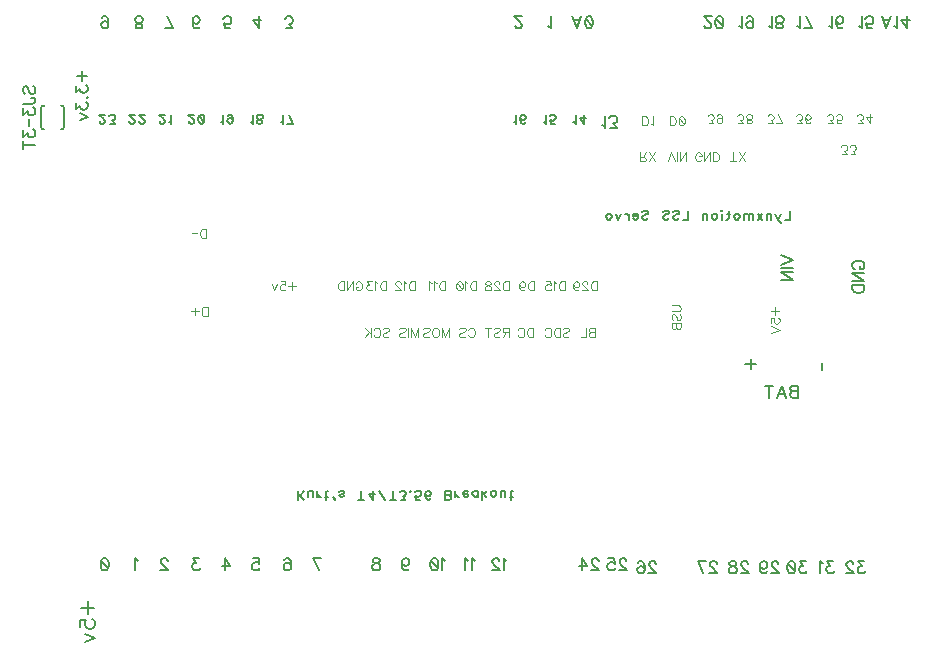
<source format=gbo>
G04 DipTrace 3.3.1.3*
G04 T4-T36-Breakout-Robotshop.gbo*
%MOIN*%
G04 #@! TF.FileFunction,Legend,Bot*
G04 #@! TF.Part,Single*
%ADD21C,0.008*%
%ADD117C,0.006176*%
%ADD118C,0.004632*%
%ADD119C,0.006562*%
%ADD120C,0.00772*%
%ADD121C,0.007*%
%FSLAX26Y26*%
G04*
G70*
G90*
G75*
G01*
G04 BotSilk*
%LPD*%
X519330Y2322476D2*
D21*
Y2259491D1*
X598070Y2322476D2*
G03X586259Y2330357I-9850J-1971D01*
G01*
Y2251610D2*
G03X598070Y2259491I1961J9852D01*
G01*
X531141Y2251610D2*
G02X519330Y2259491I-1961J9852D01*
G01*
Y2322476D2*
G02X531141Y2330357I9850J-1971D01*
G01*
X598070Y2259491D2*
Y2322476D1*
X466500Y2369283D2*
D117*
X462653Y2373086D1*
X460751Y2378834D1*
Y2386483D1*
X462653Y2392231D1*
X466500Y2396078D1*
X470302D1*
X474149Y2394132D1*
X476050Y2392231D1*
X477951Y2388429D1*
X481798Y2376933D1*
X483699Y2373086D1*
X485645Y2371184D1*
X489447Y2369283D1*
X495195D1*
X498998Y2373086D1*
X500943Y2378834D1*
Y2386483D1*
X498998Y2392231D1*
X495195Y2396078D1*
X460752Y2337786D2*
X491349D1*
X497097Y2339688D1*
X498998Y2341633D1*
X500943Y2345436D1*
Y2349283D1*
X498998Y2353085D1*
X497097Y2354986D1*
X491349Y2356932D1*
X487546D1*
X460796Y2321588D2*
Y2300586D1*
X476094Y2312038D1*
Y2306290D1*
X477996Y2302487D1*
X479897Y2300586D1*
X485645Y2298640D1*
X489447D1*
X495195Y2300586D1*
X499042Y2304388D1*
X500943Y2310136D1*
Y2315884D1*
X499042Y2321588D1*
X497097Y2323490D1*
X493294Y2325435D1*
X480870Y2286289D2*
Y2264181D1*
X460796Y2247983D2*
Y2226981D1*
X476094Y2238432D1*
Y2232684D1*
X477996Y2228882D1*
X479897Y2226981D1*
X485645Y2225035D1*
X489447D1*
X495195Y2226981D1*
X499042Y2230783D1*
X500944Y2236531D1*
X500943Y2242279D1*
X499042Y2247983D1*
X497097Y2249884D1*
X493294Y2251830D1*
X460751Y2199287D2*
X500944Y2199286D1*
X460752Y2212684D2*
X460751Y2185889D1*
X1965969Y814299D2*
X1962122Y816245D1*
X1956374Y821948D1*
Y781801D1*
X1944023Y814299D2*
X1940176Y816245D1*
X1934428Y821948D1*
Y781801D1*
X2071669Y813799D2*
X2067822Y815745D1*
X2062074Y821448D1*
Y781301D1*
X2047777Y811898D2*
Y813799D1*
X2045876Y817646D1*
X2043975Y819547D1*
X2040128Y821448D1*
X2032479D1*
X2028676Y819547D1*
X2026775Y817646D1*
X2024830Y813799D1*
Y809997D1*
X2026775Y806150D1*
X2030578Y800446D1*
X2049723Y781301D1*
X2022928D1*
X2391928Y2265031D2*
X2395774Y2263086D1*
X2401522Y2257382D1*
Y2297530D1*
X2417721Y2257382D2*
X2438723D1*
X2427271Y2272681D1*
X2433019D1*
X2436822Y2274582D1*
X2438723Y2276483D1*
X2440668Y2282231D1*
Y2286034D1*
X2438723Y2291782D1*
X2434920Y2295629D1*
X2429172Y2297530D1*
X2423424D1*
X2417721Y2295629D1*
X2415819Y2293683D1*
X2413874Y2289881D1*
X1337257Y2588025D2*
X1358260D1*
X1346808Y2603324D1*
X1352556D1*
X1356358Y2605225D1*
X1358260Y2607126D1*
X1360205Y2612874D1*
Y2616677D1*
X1358260Y2622425D1*
X1354457Y2626272D1*
X1348709Y2628173D1*
X1342961D1*
X1337257Y2626272D1*
X1335356Y2624326D1*
X1333411Y2620524D1*
X2321059Y2628173D2*
X2305716Y2587981D1*
X2290418Y2628173D1*
X2296166Y2614776D2*
X2315311D1*
X2344907Y2588025D2*
X2339159Y2589926D1*
X2335312Y2595674D1*
X2333411Y2605225D1*
Y2610973D1*
X2335312Y2620524D1*
X2339159Y2626272D1*
X2344907Y2628173D1*
X2348709D1*
X2354457Y2626272D1*
X2358260Y2620524D1*
X2360205Y2610973D1*
Y2605225D1*
X2358260Y2595674D1*
X2354457Y2589926D1*
X2348709Y2588025D1*
X2344907D1*
X2358260Y2595674D2*
X2335312Y2620524D1*
X1013157Y2278213D2*
D119*
Y2276788D1*
X1014583Y2273902D1*
X1016009Y2272477D1*
X1018894Y2271051D1*
X1024631D1*
X1027483Y2272477D1*
X1028909Y2273902D1*
X1030368Y2276788D1*
Y2279639D1*
X1028909Y2282525D1*
X1026057Y2286802D1*
X1011698Y2301161D1*
X1031794D1*
X1053540Y2271051D2*
X1049229Y2272476D1*
X1046343Y2276788D1*
X1044918Y2283950D1*
Y2288261D1*
X1046344Y2295424D1*
X1049229Y2299735D1*
X1053540Y2301161D1*
X1056392D1*
X1060703Y2299735D1*
X1063554Y2295424D1*
X1065014Y2288261D1*
Y2283950D1*
X1063554Y2276787D1*
X1060702Y2272476D1*
X1056391Y2271051D1*
X1053540D1*
X1063554Y2276787D2*
X1046344Y2295424D1*
X916057Y2278213D2*
Y2276788D1*
X917483Y2273902D1*
X918909Y2272477D1*
X921794Y2271051D1*
X927531D1*
X930383Y2272477D1*
X931809Y2273902D1*
X933268Y2276788D1*
Y2279639D1*
X931809Y2282525D1*
X928957Y2286802D1*
X914598Y2301161D1*
X934694D1*
X947817Y2276787D2*
X950702Y2275328D1*
X955014Y2271050D1*
Y2301161D1*
X815157Y2278213D2*
Y2276788D1*
X816583Y2273902D1*
X818009Y2272477D1*
X820894Y2271051D1*
X826631D1*
X829483Y2272477D1*
X830909Y2273902D1*
X832368Y2276788D1*
Y2279639D1*
X830909Y2282525D1*
X828057Y2286802D1*
X813698Y2301161D1*
X833794D1*
X848377Y2278213D2*
Y2276788D1*
X849803Y2273902D1*
X851229Y2272476D1*
X854114Y2271051D1*
X859851D1*
X862702Y2272476D1*
X864128Y2273902D1*
X865588Y2276787D1*
Y2279639D1*
X864128Y2282524D1*
X861277Y2286802D1*
X846918Y2301161D1*
X867014D1*
X716157Y2278213D2*
Y2276788D1*
X717583Y2273902D1*
X719009Y2272477D1*
X721894Y2271051D1*
X727631D1*
X730483Y2272477D1*
X731909Y2273902D1*
X733368Y2276788D1*
Y2279639D1*
X731909Y2282525D1*
X729057Y2286802D1*
X714698Y2301161D1*
X734794D1*
X750803Y2271051D2*
X766554Y2271050D1*
X757966Y2282524D1*
X762277D1*
X765128Y2283950D1*
X766554Y2285376D1*
X768014Y2289687D1*
Y2292539D1*
X766554Y2296850D1*
X763703Y2299735D1*
X759392Y2301161D1*
X755081D1*
X750803Y2299735D1*
X749377Y2298276D1*
X747918Y2295424D1*
X1121024Y2276788D2*
X1123909Y2275328D1*
X1128220Y2271051D1*
Y2301161D1*
X1160014Y2281065D2*
X1158554Y2285376D1*
X1155702Y2288261D1*
X1151391Y2289687D1*
X1149966D1*
X1145655Y2288261D1*
X1142803Y2285376D1*
X1141344Y2281065D1*
Y2279639D1*
X1142803Y2275328D1*
X1145655Y2272476D1*
X1149966Y2271051D1*
X1151391D1*
X1155702Y2272476D1*
X1158554Y2275328D1*
X1160014Y2281065D1*
Y2288261D1*
X1158554Y2295424D1*
X1155703Y2299735D1*
X1151392Y2301161D1*
X1148540D1*
X1144229Y2299735D1*
X1142803Y2296850D1*
X1320598Y2276788D2*
X1323483Y2275328D1*
X1327794Y2271051D1*
Y2301161D1*
X1346655D2*
X1361014Y2271050D1*
X1340918Y2271051D1*
X1218631Y2276788D2*
X1221516Y2275328D1*
X1225827Y2271051D1*
Y2301161D1*
X1246114Y2271051D2*
X1241836Y2272476D1*
X1240377Y2275328D1*
Y2278213D1*
X1241836Y2281065D1*
X1244688Y2282525D1*
X1250425Y2283950D1*
X1254736Y2285376D1*
X1257588Y2288261D1*
X1259014Y2291113D1*
Y2295424D1*
X1257588Y2298276D1*
X1256162Y2299735D1*
X1251851Y2301161D1*
X1246114D1*
X1241836Y2299735D1*
X1240377Y2298276D1*
X1238951Y2295424D1*
Y2291113D1*
X1240377Y2288261D1*
X1243262Y2285376D1*
X1247540Y2283950D1*
X1253277Y2282524D1*
X1256162Y2281065D1*
X1257588Y2278213D1*
Y2275328D1*
X1256162Y2272476D1*
X1251851Y2271051D1*
X1246114D1*
X653743Y657025D2*
D120*
X696798D1*
X675299Y678525D2*
Y635470D1*
X650179Y591346D2*
Y615222D1*
X671678Y617598D1*
X669302Y615222D1*
X666870Y608037D1*
Y600907D1*
X669302Y593722D1*
X674055Y588914D1*
X681240Y586537D1*
X685993D1*
X693178Y588914D1*
X697987Y593722D1*
X700363Y600907D1*
Y608037D1*
X697987Y615222D1*
X695555Y617598D1*
X690802Y620030D1*
X666870Y571098D2*
X700363Y556728D1*
X666870Y542413D1*
X639218Y2429084D2*
D117*
X673662D1*
X656462Y2446284D2*
Y2411840D1*
X636366Y2395642D2*
Y2374639D1*
X651665Y2386091D1*
Y2380343D1*
X653566Y2376541D1*
X655467Y2374639D1*
X661216Y2372694D1*
X665018D1*
X670766Y2374639D1*
X674613Y2378442D1*
X676514Y2384190D1*
Y2389938D1*
X674613Y2395642D1*
X672667Y2397543D1*
X668865Y2399489D1*
X672667Y2358441D2*
X674613Y2360342D1*
X676514Y2358441D1*
X674613Y2356496D1*
X672667Y2358441D1*
X636366Y2340298D2*
Y2319295D1*
X651665Y2330747D1*
Y2324999D1*
X653566Y2321196D1*
X655468Y2319295D1*
X661216Y2317350D1*
X665018D1*
X670766Y2319295D1*
X674613Y2323098D1*
X676514Y2328846D1*
Y2334594D1*
X674613Y2340298D1*
X672667Y2342199D1*
X668865Y2344144D1*
X649719Y2304998D2*
X676514Y2293502D1*
X649719Y2282050D1*
X2097057Y2276788D2*
D119*
X2099942Y2275328D1*
X2104253Y2271051D1*
Y2301161D1*
X2134588Y2275328D2*
X2133162Y2272476D1*
X2128851Y2271051D1*
X2125999D1*
X2121688Y2272476D1*
X2118803Y2276788D1*
X2117377Y2283950D1*
Y2291113D1*
X2118803Y2296850D1*
X2121688Y2299735D1*
X2125999Y2301161D1*
X2127425D1*
X2131703Y2299735D1*
X2134588Y2296850D1*
X2136014Y2292539D1*
Y2291113D1*
X2134588Y2286802D1*
X2131702Y2283950D1*
X2127425Y2282524D1*
X2125999D1*
X2121688Y2283950D1*
X2118803Y2286802D1*
X2117377Y2291113D1*
X2195598Y2276788D2*
X2198483Y2275328D1*
X2202794Y2271051D1*
Y2301161D1*
X2233128Y2271051D2*
X2218803D1*
X2217377Y2283950D1*
X2218803Y2282525D1*
X2223114Y2281065D1*
X2227391D1*
X2231702Y2282524D1*
X2234588Y2285376D1*
X2236014Y2289687D1*
Y2292539D1*
X2234588Y2296850D1*
X2231703Y2299735D1*
X2227392Y2301161D1*
X2223114D1*
X2218803Y2299735D1*
X2217377Y2298276D1*
X2215918Y2295424D1*
X2295155Y2276788D2*
X2298040Y2275328D1*
X2302351Y2271051D1*
Y2301161D1*
X2329834D2*
Y2271051D1*
X2315475Y2291113D1*
X2336996D1*
X2378825Y811898D2*
D117*
Y813799D1*
X2376924Y817646D1*
X2375022Y819547D1*
X2371175Y821448D1*
X2363526D1*
X2359724Y819547D1*
X2357822Y817646D1*
X2355877Y813799D1*
Y809997D1*
X2357822Y806150D1*
X2361625Y800446D1*
X2380770Y781301D1*
X2353976D1*
X2322479D2*
Y821448D1*
X2341624Y794698D1*
X2312928D1*
X2471924Y811898D2*
Y813799D1*
X2470022Y817646D1*
X2468121Y819547D1*
X2464274Y821448D1*
X2456625D1*
X2452822Y819547D1*
X2450921Y817646D1*
X2448976Y813799D1*
Y809997D1*
X2450921Y806150D1*
X2454724Y800446D1*
X2473869Y781301D1*
X2447074D1*
X2411775Y821448D2*
X2430876D1*
X2432777Y804249D1*
X2430876Y806150D1*
X2425128Y808095D1*
X2419424D1*
X2413676Y806150D1*
X2409830Y802347D1*
X2407928Y796599D1*
Y792797D1*
X2409830Y787049D1*
X2413676Y783202D1*
X2419424Y781301D1*
X2425128D1*
X2430876Y783202D1*
X2432777Y785147D1*
X2434723Y788950D1*
X2569978Y801898D2*
Y803799D1*
X2568077Y807646D1*
X2566175Y809547D1*
X2562329Y811448D1*
X2554679D1*
X2550877Y809547D1*
X2548976Y807646D1*
X2547030Y803799D1*
Y799997D1*
X2548976Y796150D1*
X2552778Y790446D1*
X2571924Y771301D1*
X2545129D1*
X2509830Y805745D2*
X2511731Y809547D1*
X2517479Y811448D1*
X2521281D1*
X2527029Y809547D1*
X2530876Y803799D1*
X2532777Y794249D1*
Y784698D1*
X2530876Y777049D1*
X2527029Y773202D1*
X2521281Y771301D1*
X2519380D1*
X2513676Y773202D1*
X2509830Y777049D1*
X2507928Y782797D1*
Y784698D1*
X2509830Y790446D1*
X2513676Y794249D1*
X2519380Y796150D1*
X2521281D1*
X2527029Y794249D1*
X2530876Y790446D1*
X2532777Y784698D1*
X2772924Y803398D2*
Y805299D1*
X2771022Y809146D1*
X2769121Y811047D1*
X2765274Y812948D1*
X2757625D1*
X2753822Y811047D1*
X2751921Y809146D1*
X2749976Y805299D1*
Y801497D1*
X2751921Y797650D1*
X2755724Y791946D1*
X2774869Y772801D1*
X2748074D1*
X2728074D2*
X2708928Y812948D1*
X2735723D1*
X2876879Y802398D2*
Y804299D1*
X2874978Y808146D1*
X2873077Y810047D1*
X2869230Y811948D1*
X2861581D1*
X2857778Y810047D1*
X2855877Y808146D1*
X2853931Y804299D1*
Y800497D1*
X2855877Y796650D1*
X2859679Y790946D1*
X2878825Y771801D1*
X2852030D1*
X2830128Y811948D2*
X2835832Y810047D1*
X2837777Y806245D1*
Y802398D1*
X2835832Y798595D1*
X2832029Y796650D1*
X2824380Y794749D1*
X2818632Y792847D1*
X2814830Y789001D1*
X2812928Y785198D1*
Y779450D1*
X2814830Y775647D1*
X2816731Y773702D1*
X2822479Y771801D1*
X2830128D1*
X2835832Y773702D1*
X2837777Y775647D1*
X2839679Y779450D1*
Y785198D1*
X2837777Y789001D1*
X2833931Y792847D1*
X2828227Y794749D1*
X2820578Y796650D1*
X2816731Y798595D1*
X2814830Y802398D1*
Y806245D1*
X2816731Y810047D1*
X2822479Y811948D1*
X2830128D1*
X2978522Y802898D2*
Y804799D1*
X2976621Y808646D1*
X2974720Y810547D1*
X2970873Y812448D1*
X2963224D1*
X2959421Y810547D1*
X2957520Y808646D1*
X2955574Y804799D1*
Y800997D1*
X2957520Y797150D1*
X2961322Y791446D1*
X2980468Y772301D1*
X2953673D1*
X2916428Y799095D2*
X2918374Y793347D1*
X2922176Y789501D1*
X2927924Y787599D1*
X2929826D1*
X2935574Y789501D1*
X2939376Y793347D1*
X2941322Y799095D1*
Y800997D1*
X2939376Y806745D1*
X2935574Y810547D1*
X2929826Y812448D1*
X2927924D1*
X2922176Y810547D1*
X2918374Y806745D1*
X2916428Y799095D1*
Y789501D1*
X2918374Y779950D1*
X2922176Y774202D1*
X2927924Y772301D1*
X2931727D1*
X2937475Y774202D1*
X2939376Y778049D1*
X3265022Y811448D2*
X3244020D1*
X3255472Y796150D1*
X3249724D1*
X3245921Y794249D1*
X3244020Y792347D1*
X3242074Y786599D1*
Y782797D1*
X3244020Y777049D1*
X3247822Y773202D1*
X3253570Y771301D1*
X3259318D1*
X3265022Y773202D1*
X3266924Y775147D1*
X3268869Y778950D1*
X3227777Y801898D2*
Y803799D1*
X3225876Y807646D1*
X3223975Y809547D1*
X3220128Y811448D1*
X3212479D1*
X3208676Y809547D1*
X3206775Y807646D1*
X3204830Y803799D1*
Y799997D1*
X3206775Y796150D1*
X3210578Y790446D1*
X3229723Y771301D1*
X3202928D1*
X3352675Y2628173D2*
X3337332Y2587981D1*
X3322034Y2628173D1*
X3327782Y2614776D2*
X3346927D1*
X3365026Y2595674D2*
X3368873Y2593729D1*
X3374621Y2588025D1*
Y2628173D1*
X3406118D2*
Y2588025D1*
X3386973Y2614776D1*
X3415668D1*
X3148410Y2595674D2*
X3152257Y2593729D1*
X3158005Y2588025D1*
Y2628173D1*
X3193304Y2593729D2*
X3191403Y2589926D1*
X3185655Y2588025D1*
X3181852D1*
X3176104Y2589926D1*
X3172257Y2595674D1*
X3170356Y2605225D1*
Y2614776D1*
X3172257Y2622425D1*
X3176104Y2626272D1*
X3181852Y2628173D1*
X3183753D1*
X3189457Y2626272D1*
X3193304Y2622425D1*
X3195205Y2616677D1*
Y2614776D1*
X3193304Y2609028D1*
X3189457Y2605225D1*
X3183753Y2603324D1*
X3181852D1*
X3176104Y2605225D1*
X3172257Y2609028D1*
X3170356Y2614776D1*
X3041464Y2595674D2*
X3045311Y2593729D1*
X3051059Y2588025D1*
Y2628173D1*
X3071060D2*
X3090205Y2588025D1*
X3063411D1*
X3246464Y2595674D2*
X3250311Y2593729D1*
X3256059Y2588025D1*
Y2628173D1*
X3291358Y2588025D2*
X3272257D1*
X3270356Y2605225D1*
X3272257Y2603324D1*
X3278005Y2601378D1*
X3283709D1*
X3289457Y2603324D1*
X3293304Y2607126D1*
X3295205Y2612874D1*
Y2616677D1*
X3293304Y2622425D1*
X3289457Y2626272D1*
X3283709Y2628173D1*
X3278005D1*
X3272257Y2626272D1*
X3270356Y2624326D1*
X3268411Y2620524D1*
X2946972Y2595674D2*
X2950819Y2593729D1*
X2956567Y2588025D1*
Y2628173D1*
X2978469Y2588025D2*
X2972765Y2589926D1*
X2970819Y2593729D1*
Y2597576D1*
X2972765Y2601378D1*
X2976567Y2603324D1*
X2984217Y2605225D1*
X2989965Y2607126D1*
X2993767Y2610973D1*
X2995668Y2614776D1*
Y2620524D1*
X2993767Y2624326D1*
X2991866Y2626272D1*
X2986118Y2628173D1*
X2978469D1*
X2972765Y2626272D1*
X2970819Y2624326D1*
X2968918Y2620524D1*
Y2614776D1*
X2970819Y2610973D1*
X2974666Y2607126D1*
X2980370Y2605225D1*
X2988019Y2603324D1*
X2991866Y2601378D1*
X2993767Y2597576D1*
Y2593729D1*
X2991866Y2589926D1*
X2986118Y2588025D1*
X2978469D1*
X2731210Y2597576D2*
Y2595674D1*
X2733111Y2591828D1*
X2735013Y2589926D1*
X2738859Y2588025D1*
X2746509D1*
X2750311Y2589926D1*
X2752212Y2591828D1*
X2754158Y2595674D1*
Y2599477D1*
X2752212Y2603324D1*
X2748410Y2609028D1*
X2729265Y2628173D1*
X2756059D1*
X2779907Y2588025D2*
X2774159Y2589926D1*
X2770312Y2595674D1*
X2768411Y2605225D1*
Y2610973D1*
X2770312Y2620524D1*
X2774159Y2626272D1*
X2779907Y2628173D1*
X2783709D1*
X2789457Y2626272D1*
X2793260Y2620524D1*
X2795205Y2610973D1*
Y2605225D1*
X2793260Y2595674D1*
X2789457Y2589926D1*
X2783709Y2588025D1*
X2779907D1*
X2793260Y2595674D2*
X2770312Y2620524D1*
X2848366Y2595674D2*
X2852212Y2593729D1*
X2857960Y2588025D1*
X2857961Y2628173D1*
X2895205Y2601378D2*
X2893260Y2607126D1*
X2889457Y2610973D1*
X2883709Y2612874D1*
X2881808D1*
X2876060Y2610973D1*
X2872257Y2607126D1*
X2870312Y2601378D1*
Y2599477D1*
X2872257Y2593729D1*
X2876060Y2589926D1*
X2881808Y2588025D1*
X2883709D1*
X2889457Y2589926D1*
X2893260Y2593729D1*
X2895205Y2601378D1*
Y2610973D1*
X2893260Y2620524D1*
X2889457Y2626272D1*
X2883709Y2628173D1*
X2879907D1*
X2874159Y2626272D1*
X2872257Y2622425D1*
X2622930Y1665093D2*
D118*
X2644452D1*
X2648763Y1663668D1*
X2651615Y1660782D1*
X2653074Y1656471D1*
Y1653620D1*
X2651615Y1649308D1*
X2648763Y1646423D1*
X2644452Y1644997D1*
X2622930D1*
X2627241Y1615638D2*
X2624356Y1618490D1*
X2622930Y1622801D1*
Y1628538D1*
X2624356Y1632849D1*
X2627241Y1635734D1*
X2630093D1*
X2632978Y1634275D1*
X2634404Y1632849D1*
X2635830Y1629997D1*
X2638715Y1621375D1*
X2640141Y1618490D1*
X2641600Y1617064D1*
X2644452Y1615638D1*
X2648763D1*
X2651615Y1618490D1*
X2653074Y1622801D1*
Y1628538D1*
X2651615Y1632849D1*
X2648763Y1635734D1*
X2622930Y1606374D2*
X2653074D1*
Y1593441D1*
X2651615Y1589130D1*
X2650189Y1587704D1*
X2647337Y1586278D1*
X2643026D1*
X2640141Y1587704D1*
X2638715Y1589130D1*
X2637289Y1593441D1*
X2635830Y1589130D1*
X2634404Y1587704D1*
X2631552Y1586278D1*
X2628667D1*
X2625815Y1587704D1*
X2624356Y1589130D1*
X2622930Y1593441D1*
Y1606374D1*
X2637289D2*
Y1593441D1*
X2210610Y2595674D2*
D117*
X2214457Y2593729D1*
X2220205Y2588025D1*
Y2628173D1*
X2100356Y2597576D2*
Y2595674D1*
X2102257Y2591828D1*
X2104159Y2589926D1*
X2108005Y2588025D1*
X2115655D1*
X2119457Y2589926D1*
X2121358Y2591828D1*
X2123304Y2595674D1*
Y2599477D1*
X2121358Y2603324D1*
X2117556Y2609028D1*
X2098411Y2628173D1*
X2125205D1*
X1245655D2*
Y2588025D1*
X1226509Y2614776D1*
X1255205D1*
X1151358Y2588025D2*
X1132257D1*
X1130356Y2605225D1*
X1132257Y2603324D1*
X1138005Y2601378D1*
X1143709D1*
X1149457Y2603324D1*
X1153304Y2607126D1*
X1155205Y2612874D1*
Y2616677D1*
X1153304Y2622425D1*
X1149457Y2626272D1*
X1143709Y2628173D1*
X1138005D1*
X1132257Y2626272D1*
X1130356Y2624326D1*
X1128411Y2620524D1*
X1048304Y2593729D2*
X1046403Y2589926D1*
X1040655Y2588025D1*
X1036852D1*
X1031104Y2589926D1*
X1027257Y2595674D1*
X1025356Y2605225D1*
Y2614776D1*
X1027257Y2622425D1*
X1031104Y2626272D1*
X1036852Y2628173D1*
X1038753D1*
X1044457Y2626272D1*
X1048304Y2622425D1*
X1050205Y2616677D1*
Y2614776D1*
X1048304Y2609028D1*
X1044457Y2605225D1*
X1038753Y2603324D1*
X1036852D1*
X1031104Y2605225D1*
X1027257Y2609028D1*
X1025356Y2614776D1*
X941060Y2628173D2*
X960205Y2588025D1*
X933411D1*
X843005D2*
X837302Y2589926D1*
X835356Y2593729D1*
Y2597576D1*
X837302Y2601378D1*
X841104Y2603324D1*
X848753Y2605225D1*
X854501Y2607126D1*
X858304Y2610973D1*
X860205Y2614776D1*
Y2620524D1*
X858304Y2624326D1*
X856403Y2626272D1*
X850655Y2628173D1*
X843005D1*
X837302Y2626272D1*
X835356Y2624326D1*
X833455Y2620524D1*
Y2614776D1*
X835356Y2610973D1*
X839203Y2607126D1*
X844907Y2605225D1*
X852556Y2603324D1*
X856403Y2601378D1*
X858304Y2597576D1*
Y2593729D1*
X856403Y2589926D1*
X850655Y2588025D1*
X843005D1*
X745205Y2601378D2*
X743260Y2607126D1*
X739457Y2610973D1*
X733709Y2612874D1*
X731808D1*
X726060Y2610973D1*
X722257Y2607126D1*
X720312Y2601378D1*
Y2599477D1*
X722257Y2593729D1*
X726060Y2589926D1*
X731808Y2588025D1*
X733709D1*
X739457Y2589926D1*
X743260Y2593729D1*
X745205Y2601378D1*
Y2610973D1*
X743260Y2620524D1*
X739457Y2626272D1*
X733709Y2628173D1*
X729907D1*
X724159Y2626272D1*
X722257Y2622425D1*
X3070022Y811948D2*
X3049020D1*
X3060472Y796650D1*
X3054724D1*
X3050921Y794749D1*
X3049020Y792847D1*
X3047074Y787099D1*
Y783297D1*
X3049020Y777549D1*
X3052822Y773702D1*
X3058570Y771801D1*
X3064318D1*
X3070022Y773702D1*
X3071924Y775647D1*
X3073869Y779450D1*
X3023227Y811948D2*
X3028975Y810047D1*
X3032822Y804299D1*
X3034723Y794749D1*
Y789001D1*
X3032822Y779450D1*
X3028975Y773702D1*
X3023227Y771801D1*
X3019424D1*
X3013676Y773702D1*
X3009874Y779450D1*
X3007928Y789001D1*
Y794749D1*
X3009874Y804299D1*
X3013676Y810047D1*
X3019424Y811948D1*
X3023227D1*
X3009874Y804299D2*
X3032822Y779450D1*
X3161322Y812448D2*
X3140320D1*
X3151772Y797150D1*
X3146024D1*
X3142221Y795249D1*
X3140320Y793347D1*
X3138374Y787599D1*
Y783797D1*
X3140320Y778049D1*
X3144122Y774202D1*
X3149871Y772301D1*
X3155619D1*
X3161322Y774202D1*
X3163224Y776147D1*
X3165169Y779950D1*
X3126023Y804799D2*
X3122176Y806745D1*
X3116428Y812448D1*
Y772301D1*
X1641628Y821948D2*
X1647332Y820047D1*
X1649277Y816245D1*
Y812398D1*
X1647332Y808595D1*
X1643529Y806650D1*
X1635880Y804749D1*
X1630132Y802847D1*
X1626330Y799001D1*
X1624428Y795198D1*
Y789450D1*
X1626330Y785647D1*
X1628231Y783702D1*
X1633979Y781801D1*
X1641628D1*
X1647332Y783702D1*
X1649277Y785647D1*
X1651179Y789450D1*
Y795198D1*
X1649277Y799001D1*
X1645431Y802847D1*
X1639727Y804749D1*
X1632078Y806650D1*
X1628231Y808595D1*
X1626330Y812398D1*
Y816245D1*
X1628231Y820047D1*
X1633979Y821948D1*
X1641628D1*
X1722928Y808095D2*
X1724874Y802347D1*
X1728676Y798501D1*
X1734424Y796599D1*
X1736326D1*
X1742074Y798501D1*
X1745876Y802347D1*
X1747822Y808095D1*
Y809997D1*
X1745876Y815745D1*
X1742074Y819547D1*
X1736326Y821448D1*
X1734424D1*
X1728676Y819547D1*
X1724874Y815745D1*
X1722928Y808095D1*
Y798501D1*
X1724874Y788950D1*
X1728676Y783202D1*
X1734424Y781301D1*
X1738227D1*
X1743975Y783202D1*
X1745876Y787049D1*
X1866669Y813799D2*
X1862822Y815745D1*
X1857074Y821448D1*
Y781301D1*
X1833227Y821448D2*
X1838975Y819547D1*
X1842822Y813799D1*
X1844723Y804249D1*
Y798501D1*
X1842822Y788950D1*
X1838975Y783202D1*
X1833227Y781301D1*
X1829424D1*
X1823676Y783202D1*
X1819874Y788950D1*
X1817928Y798501D1*
Y804249D1*
X1819874Y813799D1*
X1823676Y819547D1*
X1829424Y821448D1*
X1833227D1*
X1819874Y813799D2*
X1842822Y788950D1*
X1047376Y821948D2*
X1026374D1*
X1037826Y806650D1*
X1032078D1*
X1028275Y804749D1*
X1026374Y802847D1*
X1024428Y797099D1*
Y793297D1*
X1026374Y787549D1*
X1030176Y783702D1*
X1035924Y781801D1*
X1041672D1*
X1047376Y783702D1*
X1049277Y785647D1*
X1051223Y789450D1*
X1132479Y781301D2*
Y821448D1*
X1151624Y794698D1*
X1122928D1*
X734727Y821948D2*
X740475Y820047D1*
X744322Y814299D1*
X746223Y804749D1*
Y799001D1*
X744322Y789450D1*
X740475Y783702D1*
X734727Y781801D1*
X730924D1*
X725176Y783702D1*
X721374Y789450D1*
X719428Y799001D1*
Y804749D1*
X721374Y814299D1*
X725176Y820047D1*
X730924Y821948D1*
X734727D1*
X721374Y814299D2*
X744322Y789450D1*
X842523Y813799D2*
X838676Y815745D1*
X832928Y821448D1*
Y781301D1*
X942777Y811898D2*
Y813799D1*
X940876Y817646D1*
X938975Y819547D1*
X935128Y821448D1*
X927479D1*
X923676Y819547D1*
X921775Y817646D1*
X919830Y813799D1*
Y809997D1*
X921775Y806150D1*
X925578Y800446D1*
X944723Y781301D1*
X917928D1*
X1331330Y816245D2*
X1333231Y820047D1*
X1338979Y821948D1*
X1342781D1*
X1348529Y820047D1*
X1352376Y814299D1*
X1354277Y804749D1*
Y795198D1*
X1352376Y787549D1*
X1348529Y783702D1*
X1342781Y781801D1*
X1340880D1*
X1335176Y783702D1*
X1331330Y787549D1*
X1329428Y793297D1*
Y795198D1*
X1331330Y800946D1*
X1335176Y804749D1*
X1340880Y806650D1*
X1342781D1*
X1348529Y804749D1*
X1352376Y800946D1*
X1354277Y795198D1*
X1447074Y781301D2*
X1427928Y821448D1*
X1454723D1*
X1226775D2*
X1245876D1*
X1247777Y804249D1*
X1245876Y806150D1*
X1240128Y808095D1*
X1234424D1*
X1228676Y806150D1*
X1224830Y802347D1*
X1222928Y796599D1*
Y792797D1*
X1224830Y787049D1*
X1228676Y783202D1*
X1234424Y781301D1*
X1240128D1*
X1245876Y783202D1*
X1247777Y785147D1*
X1249723Y788950D1*
X1377104Y1017082D2*
D121*
Y1047226D1*
X1397200Y1017082D2*
X1377104Y1037178D1*
X1384267Y1029982D2*
X1397200Y1047226D1*
X1411200Y1027130D2*
Y1041489D1*
X1412626Y1045767D1*
X1415511Y1047226D1*
X1419822D1*
X1422674Y1045767D1*
X1426985Y1041489D1*
Y1027130D2*
Y1047226D1*
X1440985Y1027130D2*
Y1047226D1*
Y1035752D2*
X1442444Y1031441D1*
X1445296Y1028556D1*
X1448181Y1027130D1*
X1452492D1*
X1470803Y1017082D2*
Y1041489D1*
X1472229Y1045767D1*
X1475114Y1047226D1*
X1477966D1*
X1466492Y1027130D2*
X1476540D1*
X1499162Y1017115D2*
X1491966Y1025737D1*
X1500588Y1018541D1*
X1499162Y1017115D1*
X1530373Y1031441D2*
X1528947Y1028556D1*
X1524636Y1027130D1*
X1520325D1*
X1516014Y1028556D1*
X1514588Y1031441D1*
X1516014Y1034293D1*
X1518899Y1035752D1*
X1526062Y1037178D1*
X1528947Y1038604D1*
X1530373Y1041489D1*
Y1042915D1*
X1528947Y1045767D1*
X1524636Y1047226D1*
X1520325D1*
X1516014Y1045767D1*
X1514588Y1042915D1*
X1588318Y1017082D2*
Y1047226D1*
X1578270Y1017082D2*
X1598366D1*
X1626725Y1047226D2*
Y1017115D1*
X1612366Y1037178D1*
X1633888D1*
X1647888Y1047226D2*
X1667984Y1017115D1*
X1692032Y1017082D2*
Y1047226D1*
X1681984Y1017082D2*
X1702080D1*
X1718965Y1017115D2*
X1734717D1*
X1726128Y1028589D1*
X1730439D1*
X1733291Y1030015D1*
X1734717Y1031441D1*
X1736176Y1035752D1*
Y1038604D1*
X1734717Y1042915D1*
X1731865Y1045800D1*
X1727554Y1047226D1*
X1723243D1*
X1718965Y1045800D1*
X1717539Y1044341D1*
X1716080Y1041489D1*
X1751602Y1044341D2*
X1750176Y1045800D1*
X1751602Y1047226D1*
X1753061Y1045800D1*
X1751602Y1044341D1*
X1784272Y1017115D2*
X1769946D1*
X1768520Y1030015D1*
X1769946Y1028589D1*
X1774257Y1027130D1*
X1778535D1*
X1782846Y1028589D1*
X1785731Y1031441D1*
X1787157Y1035752D1*
Y1038604D1*
X1785731Y1042915D1*
X1782846Y1045800D1*
X1778535Y1047226D1*
X1774257D1*
X1769946Y1045800D1*
X1768520Y1044341D1*
X1767061Y1041489D1*
X1818368Y1021393D2*
X1816942Y1018541D1*
X1812631Y1017115D1*
X1809779D1*
X1805468Y1018541D1*
X1802583Y1022852D1*
X1801157Y1030015D1*
Y1037178D1*
X1802583Y1042915D1*
X1805468Y1045800D1*
X1809779Y1047226D1*
X1811205D1*
X1815483Y1045800D1*
X1818368Y1042915D1*
X1819794Y1038604D1*
Y1037178D1*
X1818368Y1032867D1*
X1815483Y1030015D1*
X1811205Y1028589D1*
X1809779D1*
X1805468Y1030015D1*
X1802583Y1032867D1*
X1801157Y1037178D1*
X1867691Y1017082D2*
Y1047226D1*
X1880624D1*
X1884935Y1045767D1*
X1886361Y1044341D1*
X1887787Y1041489D1*
Y1037178D1*
X1886361Y1034293D1*
X1884935Y1032867D1*
X1880624Y1031441D1*
X1884935Y1029982D1*
X1886361Y1028556D1*
X1887787Y1025704D1*
Y1022819D1*
X1886361Y1019967D1*
X1884935Y1018508D1*
X1880624Y1017082D1*
X1867691D1*
Y1031441D2*
X1880624D1*
X1901787Y1027130D2*
Y1047226D1*
Y1035752D2*
X1903246Y1031441D1*
X1906098Y1028556D1*
X1908983Y1027130D1*
X1913294D1*
X1927294Y1035752D2*
X1944505D1*
Y1032867D1*
X1943079Y1029982D1*
X1941653Y1028556D1*
X1938768Y1027130D1*
X1934457D1*
X1931605Y1028556D1*
X1928720Y1031441D1*
X1927294Y1035752D1*
Y1038604D1*
X1928720Y1042915D1*
X1931605Y1045767D1*
X1934457Y1047226D1*
X1938768D1*
X1941653Y1045767D1*
X1944505Y1042915D1*
X1975716Y1027130D2*
Y1047226D1*
Y1031441D2*
X1972864Y1028556D1*
X1969979Y1027130D1*
X1965701D1*
X1962816Y1028556D1*
X1959964Y1031441D1*
X1958505Y1035752D1*
Y1038604D1*
X1959964Y1042915D1*
X1962816Y1045767D1*
X1965701Y1047226D1*
X1969979D1*
X1972864Y1045767D1*
X1975716Y1042915D1*
X1989716Y1017082D2*
Y1047226D1*
X2004075Y1027130D2*
X1989716Y1041489D1*
X1995453Y1035752D2*
X2005501Y1047226D1*
X2026664Y1027130D2*
X2023812Y1028556D1*
X2020927Y1031441D1*
X2019501Y1035752D1*
Y1038604D1*
X2020927Y1042915D1*
X2023812Y1045767D1*
X2026664Y1047226D1*
X2030975D1*
X2033860Y1045767D1*
X2036712Y1042915D1*
X2038171Y1038604D1*
Y1035752D1*
X2036712Y1031441D1*
X2033860Y1028556D1*
X2030975Y1027130D1*
X2026664D1*
X2052171D2*
Y1041489D1*
X2053597Y1045767D1*
X2056482Y1047226D1*
X2060793D1*
X2063645Y1045767D1*
X2067956Y1041489D1*
Y1027130D2*
Y1047226D1*
X2086267Y1017082D2*
Y1041489D1*
X2087693Y1045767D1*
X2090578Y1047226D1*
X2093430D1*
X2081956Y1027130D2*
X2092004D1*
X3189870Y2169622D2*
D118*
X3205622D1*
X3197033Y2181096D1*
X3201344D1*
X3204196Y2182522D1*
X3205622Y2183948D1*
X3207081Y2188259D1*
Y2191111D1*
X3205622Y2195422D1*
X3202770Y2198307D1*
X3198459Y2199733D1*
X3194148D1*
X3189870Y2198307D1*
X3188444Y2196848D1*
X3186985Y2193996D1*
X3219229Y2169622D2*
X3234981D1*
X3226392Y2181096D1*
X3230703D1*
X3233555Y2182522D1*
X3234981Y2183948D1*
X3236440Y2188259D1*
Y2191111D1*
X3234981Y2195422D1*
X3232129Y2198307D1*
X3227818Y2199733D1*
X3223507D1*
X3219230Y2198307D1*
X3217804Y2196848D1*
X3216344Y2193996D1*
X3144407Y2272016D2*
X3160159D1*
X3151570Y2283490D1*
X3155881D1*
X3158733Y2284916D1*
X3160159Y2286342D1*
X3161618Y2290653D1*
Y2293505D1*
X3160159Y2297816D1*
X3157307Y2300701D1*
X3152996Y2302127D1*
X3148685D1*
X3144407Y2300701D1*
X3142981Y2299242D1*
X3141522Y2296390D1*
X3188092Y2272016D2*
X3173766D1*
X3172340Y2284916D1*
X3173766Y2283490D1*
X3178077Y2282031D1*
X3182355D1*
X3186666Y2283490D1*
X3189551Y2286342D1*
X3190977Y2290653D1*
Y2293505D1*
X3189551Y2297816D1*
X3186666Y2300701D1*
X3182355Y2302127D1*
X3178077D1*
X3173766Y2300701D1*
X3172340Y2299242D1*
X3170881Y2296390D1*
X3040866Y2272016D2*
X3056618D1*
X3048029Y2283490D1*
X3052340D1*
X3055192Y2284916D1*
X3056618Y2286342D1*
X3058077Y2290653D1*
Y2293505D1*
X3056618Y2297816D1*
X3053766Y2300701D1*
X3049455Y2302127D1*
X3045144D1*
X3040866Y2300701D1*
X3039440Y2299242D1*
X3037981Y2296390D1*
X3084551Y2276294D2*
X3083125Y2273442D1*
X3078814Y2272016D1*
X3075962D1*
X3071651Y2273442D1*
X3068766Y2277753D1*
X3067340Y2284916D1*
Y2292079D1*
X3068766Y2297816D1*
X3071651Y2300701D1*
X3075962Y2302127D1*
X3077388D1*
X3081666Y2300701D1*
X3084551Y2297816D1*
X3085977Y2293505D1*
Y2292079D1*
X3084551Y2287768D1*
X3081666Y2284916D1*
X3077388Y2283490D1*
X3075962D1*
X3071651Y2284916D1*
X3068766Y2287768D1*
X3067340Y2292079D1*
X3242981Y2272016D2*
X3258733D1*
X3250144Y2283490D1*
X3254455D1*
X3257307Y2284916D1*
X3258733Y2286342D1*
X3260192Y2290653D1*
Y2293505D1*
X3258733Y2297816D1*
X3255881Y2300701D1*
X3251570Y2302127D1*
X3247259D1*
X3242981Y2300701D1*
X3241555Y2299242D1*
X3240096Y2296390D1*
X3283814Y2302127D2*
Y2272016D1*
X3269455Y2292079D1*
X3290977D1*
X2944870Y2272016D2*
X2960622D1*
X2952033Y2283490D1*
X2956344D1*
X2959196Y2284916D1*
X2960622Y2286342D1*
X2962081Y2290653D1*
Y2293505D1*
X2960622Y2297816D1*
X2957770Y2300701D1*
X2953459Y2302127D1*
X2949148D1*
X2944870Y2300701D1*
X2943444Y2299242D1*
X2941985Y2296390D1*
X2977081Y2302127D2*
X2991440Y2272016D1*
X2971344D1*
X2745833D2*
X2761584D1*
X2752996Y2283490D1*
X2757307D1*
X2760159Y2284916D1*
X2761585Y2286342D1*
X2763044Y2290653D1*
Y2293505D1*
X2761585Y2297816D1*
X2758733Y2300701D1*
X2754422Y2302127D1*
X2750111D1*
X2745833Y2300701D1*
X2744407Y2299242D1*
X2742948Y2296390D1*
X2790977Y2282031D2*
X2789518Y2286342D1*
X2786666Y2289227D1*
X2782355Y2290653D1*
X2780929D1*
X2776618Y2289227D1*
X2773766Y2286342D1*
X2772307Y2282031D1*
Y2280605D1*
X2773766Y2276294D1*
X2776618Y2273442D1*
X2780929Y2272016D1*
X2782355D1*
X2786666Y2273442D1*
X2789518Y2276294D1*
X2790977Y2282031D1*
Y2289227D1*
X2789518Y2296390D1*
X2786666Y2300701D1*
X2782355Y2302127D1*
X2779503D1*
X2775192Y2300701D1*
X2773766Y2297816D1*
X2844440Y2272016D2*
X2860192D1*
X2851603Y2283490D1*
X2855914D1*
X2858766Y2284916D1*
X2860192Y2286342D1*
X2861651Y2290653D1*
Y2293505D1*
X2860192Y2297816D1*
X2857340Y2300701D1*
X2853029Y2302127D1*
X2848718D1*
X2844440Y2300701D1*
X2843014Y2299242D1*
X2841555Y2296390D1*
X2878077Y2272016D2*
X2873799Y2273442D1*
X2872340Y2276294D1*
Y2279179D1*
X2873799Y2282031D1*
X2876651Y2283490D1*
X2882388Y2284916D1*
X2886699Y2286342D1*
X2889551Y2289227D1*
X2890977Y2292079D1*
Y2296390D1*
X2889551Y2299242D1*
X2888125Y2300701D1*
X2883814Y2302127D1*
X2878077D1*
X2873799Y2300701D1*
X2872340Y2299242D1*
X2870914Y2296390D1*
Y2292079D1*
X2872340Y2289227D1*
X2875225Y2286342D1*
X2879503Y2284916D1*
X2885240Y2283490D1*
X2888125Y2282031D1*
X2889551Y2279179D1*
Y2276294D1*
X2888125Y2273442D1*
X2883814Y2272016D1*
X2878077D1*
X2954396Y1646488D2*
X2980229D1*
X2967329Y1659388D2*
X2967330Y1633555D1*
X2952258Y1607081D2*
Y1621407D1*
X2965157Y1622833D1*
X2963731Y1621407D1*
X2962272Y1617096D1*
Y1612818D1*
X2963731Y1608507D1*
X2966583Y1605622D1*
X2970894Y1604196D1*
X2973746D1*
X2978057Y1605622D1*
X2980942Y1608507D1*
X2982368Y1612818D1*
Y1617096D1*
X2980942Y1621407D1*
X2979483Y1622833D1*
X2976631Y1624292D1*
X2952224Y1594932D2*
X2982368Y1583458D1*
X2952224Y1571985D1*
X1358152Y1742532D2*
Y1716700D1*
X1371052Y1729599D2*
X1345219D1*
X1318744Y1744671D2*
X1333070D1*
X1334496Y1731772D1*
X1333070Y1733197D1*
X1328759Y1734657D1*
X1324481D1*
X1320170Y1733197D1*
X1317285Y1730346D1*
X1315859Y1726035D1*
Y1723183D1*
X1317285Y1718872D1*
X1320170Y1715987D1*
X1324481Y1714561D1*
X1328759D1*
X1333070Y1715987D1*
X1334496Y1717446D1*
X1335955Y1720298D1*
X1306596Y1734657D2*
X1297974Y1714561D1*
X1289385Y1734657D1*
X1568945Y1737542D2*
X1570371Y1740394D1*
X1573256Y1743279D1*
X1576108Y1744705D1*
X1581845D1*
X1584730Y1743279D1*
X1587582Y1740394D1*
X1589041Y1737542D1*
X1590467Y1733231D1*
Y1726035D1*
X1589041Y1721757D1*
X1587582Y1718872D1*
X1584730Y1716020D1*
X1581845Y1714561D1*
X1576108D1*
X1573256Y1716020D1*
X1570371Y1718872D1*
X1568945Y1721757D1*
Y1726035D1*
X1576108D1*
X1539585Y1744705D2*
Y1714561D1*
X1559681Y1744705D1*
Y1714561D1*
X1530322Y1744705D2*
Y1714561D1*
X1520274D1*
X1515963Y1716020D1*
X1513078Y1718872D1*
X1511652Y1721757D1*
X1510226Y1726035D1*
Y1733231D1*
X1511652Y1737542D1*
X1513078Y1740394D1*
X1515963Y1743279D1*
X1520274Y1744705D1*
X1530322D1*
X1671141D2*
Y1714561D1*
X1661093D1*
X1656782Y1716020D1*
X1653897Y1718872D1*
X1652471Y1721757D1*
X1651045Y1726035D1*
Y1733231D1*
X1652471Y1737542D1*
X1653897Y1740394D1*
X1656782Y1743279D1*
X1661093Y1744705D1*
X1671141D1*
X1641782Y1738934D2*
X1638896Y1740394D1*
X1634585Y1744671D1*
Y1714561D1*
X1622437Y1744671D2*
X1606685D1*
X1615274Y1733197D1*
X1610963D1*
X1608111Y1731772D1*
X1606685Y1730346D1*
X1605226Y1726035D1*
Y1723183D1*
X1606685Y1718872D1*
X1609537Y1715987D1*
X1613848Y1714561D1*
X1618159D1*
X1622437Y1715987D1*
X1623863Y1717446D1*
X1625322Y1720298D1*
X1766141Y1744705D2*
Y1714561D1*
X1756093D1*
X1751782Y1716020D1*
X1748897Y1718872D1*
X1747471Y1721757D1*
X1746045Y1726035D1*
Y1733231D1*
X1747471Y1737542D1*
X1748897Y1740394D1*
X1751782Y1743279D1*
X1756093Y1744705D1*
X1766141D1*
X1736782Y1738934D2*
X1733896Y1740394D1*
X1729585Y1744671D1*
Y1714561D1*
X1718863Y1737508D2*
Y1738934D1*
X1717437Y1741820D1*
X1716011Y1743245D1*
X1713126Y1744671D1*
X1707389D1*
X1704537Y1743245D1*
X1703111Y1741820D1*
X1701652Y1738934D1*
Y1736083D1*
X1703111Y1733197D1*
X1705963Y1728920D1*
X1720322Y1714561D1*
X1700226D1*
X1868241Y1744705D2*
Y1714561D1*
X1858193D1*
X1853882Y1716020D1*
X1850997Y1718872D1*
X1849571Y1721757D1*
X1848145Y1726035D1*
Y1733231D1*
X1849571Y1737542D1*
X1850997Y1740394D1*
X1853882Y1743279D1*
X1858193Y1744705D1*
X1868241D1*
X1838882Y1738934D2*
X1835997Y1740394D1*
X1831686Y1744671D1*
Y1714561D1*
X1822422Y1738934D2*
X1819537Y1740394D1*
X1815226Y1744671D1*
Y1714561D1*
X1971141Y1744705D2*
Y1714561D1*
X1961093D1*
X1956782Y1716020D1*
X1953897Y1718872D1*
X1952471Y1721757D1*
X1951045Y1726035D1*
Y1733231D1*
X1952471Y1737542D1*
X1953897Y1740394D1*
X1956782Y1743279D1*
X1961093Y1744705D1*
X1971141D1*
X1941782Y1738934D2*
X1938896Y1740394D1*
X1934585Y1744671D1*
Y1714561D1*
X1916700Y1744671D2*
X1921011Y1743245D1*
X1923896Y1738934D1*
X1925322Y1731772D1*
Y1727460D1*
X1923896Y1720298D1*
X1921011Y1715987D1*
X1916700Y1714561D1*
X1913848D1*
X1909537Y1715987D1*
X1906685Y1720298D1*
X1905226Y1727460D1*
Y1731772D1*
X1906685Y1738934D1*
X1909537Y1743245D1*
X1913848Y1744671D1*
X1916700D1*
X1906685Y1738934D2*
X1923896Y1720298D1*
X2079008Y1744705D2*
Y1714561D1*
X2068960D1*
X2064649Y1716020D1*
X2061764Y1718872D1*
X2060338Y1721757D1*
X2058912Y1726035D1*
Y1733231D1*
X2060338Y1737542D1*
X2061764Y1740394D1*
X2064649Y1743279D1*
X2068960Y1744705D1*
X2079008D1*
X2048189Y1737508D2*
Y1738934D1*
X2046763Y1741820D1*
X2045337Y1743245D1*
X2042452Y1744671D1*
X2036715D1*
X2033863Y1743245D1*
X2032437Y1741820D1*
X2030978Y1738934D1*
Y1736083D1*
X2032437Y1733197D1*
X2035289Y1728920D1*
X2049648Y1714561D1*
X2029552D1*
X2013126Y1744671D2*
X2017404Y1743245D1*
X2018863Y1740394D1*
Y1737508D1*
X2017404Y1734657D1*
X2014552Y1733197D1*
X2008815Y1731772D1*
X2004504Y1730346D1*
X2001652Y1727460D1*
X2000226Y1724609D1*
Y1720298D1*
X2001652Y1717446D1*
X2003078Y1715987D1*
X2007389Y1714561D1*
X2013126D1*
X2017404Y1715987D1*
X2018863Y1717446D1*
X2020289Y1720298D1*
Y1724609D1*
X2018863Y1727460D1*
X2015978Y1730346D1*
X2011700Y1731772D1*
X2005963Y1733197D1*
X2003078Y1734657D1*
X2001652Y1737508D1*
Y1740394D1*
X2003078Y1743245D1*
X2007389Y1744671D1*
X2013126D1*
X2163255Y1744705D2*
Y1714561D1*
X2153207D1*
X2148896Y1716020D1*
X2146011Y1718872D1*
X2144585Y1721757D1*
X2143159Y1726035D1*
Y1733231D1*
X2144585Y1737542D1*
X2146011Y1740394D1*
X2148896Y1743279D1*
X2153207Y1744705D1*
X2163255D1*
X2115226Y1734657D2*
X2116685Y1730346D1*
X2119537Y1727460D1*
X2123848Y1726035D1*
X2125274D1*
X2129585Y1727460D1*
X2132437Y1730346D1*
X2133896Y1734657D1*
Y1736083D1*
X2132437Y1740394D1*
X2129585Y1743245D1*
X2125274Y1744671D1*
X2123848D1*
X2119537Y1743245D1*
X2116685Y1740394D1*
X2115226Y1734657D1*
Y1727460D1*
X2116685Y1720298D1*
X2119537Y1715987D1*
X2123848Y1714561D1*
X2126700D1*
X2131011Y1715987D1*
X2132437Y1718872D1*
X2372615Y1744705D2*
Y1714561D1*
X2362567D1*
X2358256Y1716020D1*
X2355371Y1718872D1*
X2353945Y1721757D1*
X2352519Y1726035D1*
Y1733231D1*
X2353945Y1737542D1*
X2355371Y1740394D1*
X2358256Y1743279D1*
X2362567Y1744705D1*
X2372615D1*
X2341796Y1737508D2*
Y1738934D1*
X2340370Y1741820D1*
X2338944Y1743245D1*
X2336059Y1744671D1*
X2330322D1*
X2327470Y1743245D1*
X2326045Y1741820D1*
X2324585Y1738934D1*
Y1736083D1*
X2326045Y1733197D1*
X2328896Y1728920D1*
X2343255Y1714561D1*
X2323159D1*
X2295226Y1734657D2*
X2296685Y1730346D1*
X2299537Y1727460D1*
X2303848Y1726035D1*
X2305274D1*
X2309585Y1727460D1*
X2312437Y1730346D1*
X2313896Y1734657D1*
Y1736083D1*
X2312437Y1740394D1*
X2309585Y1743245D1*
X2305274Y1744671D1*
X2303848D1*
X2299537Y1743245D1*
X2296685Y1740394D1*
X2295226Y1734657D1*
Y1727460D1*
X2296685Y1720298D1*
X2299537Y1715987D1*
X2303848Y1714561D1*
X2306700D1*
X2311011Y1715987D1*
X2312437Y1718872D1*
X1660371Y1585394D2*
X1663223Y1588279D1*
X1667534Y1589705D1*
X1673271D1*
X1677582Y1588279D1*
X1680467Y1585394D1*
Y1582542D1*
X1679008Y1579657D1*
X1677582Y1578231D1*
X1674730Y1576805D1*
X1666108Y1573920D1*
X1663223Y1572494D1*
X1661797Y1571035D1*
X1660371Y1568183D1*
Y1563872D1*
X1663223Y1561020D1*
X1667534Y1559561D1*
X1673271D1*
X1677582Y1561020D1*
X1680467Y1563872D1*
X1629585Y1582542D2*
X1631011Y1585394D1*
X1633896Y1588279D1*
X1636748Y1589705D1*
X1642485D1*
X1645370Y1588279D1*
X1648222Y1585394D1*
X1649681Y1582542D1*
X1651107Y1578231D1*
Y1571035D1*
X1649681Y1566757D1*
X1648222Y1563872D1*
X1645370Y1561020D1*
X1642485Y1559561D1*
X1636748D1*
X1633896Y1561020D1*
X1631011Y1563872D1*
X1629585Y1566757D1*
X1620322Y1589705D2*
Y1559561D1*
X1600226Y1589705D2*
X1620322Y1569609D1*
X1613159Y1576805D2*
X1600226Y1559561D1*
X1753849D2*
Y1589705D1*
X1765323Y1559561D1*
X1776797Y1589705D1*
Y1559561D1*
X1744585Y1589705D2*
Y1559561D1*
X1715226Y1585394D2*
X1718078Y1588279D1*
X1722389Y1589705D1*
X1728126D1*
X1732437Y1588279D1*
X1735322Y1585394D1*
Y1582542D1*
X1733863Y1579657D1*
X1732437Y1578231D1*
X1729585Y1576805D1*
X1720963Y1573920D1*
X1718078Y1572494D1*
X1716652Y1571035D1*
X1715226Y1568183D1*
Y1563872D1*
X1718078Y1561020D1*
X1722389Y1559561D1*
X1728126D1*
X1732437Y1561020D1*
X1735322Y1563872D1*
X1856797Y1559561D2*
Y1589705D1*
X1868271Y1559561D1*
X1879745Y1589705D1*
Y1559561D1*
X1838911Y1589705D2*
X1841796Y1588279D1*
X1844648Y1585394D1*
X1846107Y1582542D1*
X1847533Y1578231D1*
Y1571035D1*
X1846107Y1566757D1*
X1844648Y1563872D1*
X1841796Y1561020D1*
X1838911Y1559561D1*
X1833174D1*
X1830322Y1561020D1*
X1827437Y1563872D1*
X1826011Y1566757D1*
X1824585Y1571035D1*
Y1578231D1*
X1826011Y1582542D1*
X1827437Y1585394D1*
X1830322Y1588279D1*
X1833174Y1589705D1*
X1838911D1*
X1795226Y1585394D2*
X1798078Y1588279D1*
X1802389Y1589705D1*
X1808126D1*
X1812437Y1588279D1*
X1815322Y1585394D1*
Y1582542D1*
X1813863Y1579657D1*
X1812437Y1578231D1*
X1809585Y1576805D1*
X1800963Y1573920D1*
X1798078Y1572494D1*
X1796652Y1571035D1*
X1795226Y1568183D1*
Y1563872D1*
X1798078Y1561020D1*
X1802389Y1559561D1*
X1808126D1*
X1812437Y1561020D1*
X1815322Y1563872D1*
X1944585Y1582542D2*
X1946011Y1585394D1*
X1948896Y1588279D1*
X1951748Y1589705D1*
X1957485D1*
X1960370Y1588279D1*
X1963222Y1585394D1*
X1964681Y1582542D1*
X1966107Y1578231D1*
Y1571035D1*
X1964681Y1566757D1*
X1963222Y1563872D1*
X1960370Y1561020D1*
X1957485Y1559561D1*
X1951748D1*
X1948896Y1561020D1*
X1946011Y1563872D1*
X1944585Y1566757D1*
X1915226Y1585394D2*
X1918078Y1588279D1*
X1922389Y1589705D1*
X1928126D1*
X1932437Y1588279D1*
X1935322Y1585394D1*
Y1582542D1*
X1933863Y1579657D1*
X1932437Y1578231D1*
X1929585Y1576805D1*
X1920963Y1573920D1*
X1918078Y1572494D1*
X1916652Y1571035D1*
X1915226Y1568183D1*
Y1563872D1*
X1918078Y1561020D1*
X1922389Y1559561D1*
X1928126D1*
X1932437Y1561020D1*
X1935322Y1563872D1*
X2079041Y1575346D2*
X2066141D1*
X2061830Y1576805D1*
X2060371Y1578231D1*
X2058945Y1581083D1*
Y1583968D1*
X2060371Y1586820D1*
X2061830Y1588279D1*
X2066141Y1589705D1*
X2079041D1*
Y1559561D1*
X2068993Y1575346D2*
X2058945Y1559561D1*
X2029585Y1585394D2*
X2032437Y1588279D1*
X2036748Y1589705D1*
X2042485D1*
X2046796Y1588279D1*
X2049681Y1585394D1*
Y1582542D1*
X2048222Y1579657D1*
X2046796Y1578231D1*
X2043944Y1576805D1*
X2035322Y1573920D1*
X2032437Y1572494D1*
X2031011Y1571035D1*
X2029585Y1568183D1*
Y1563872D1*
X2032437Y1561020D1*
X2036748Y1559561D1*
X2042485D1*
X2046796Y1561020D1*
X2049681Y1563872D1*
X2010274Y1589705D2*
Y1559561D1*
X2020322Y1589705D2*
X2000226D1*
X2161107D2*
Y1559561D1*
X2151059D1*
X2146748Y1561020D1*
X2143863Y1563872D1*
X2142437Y1566757D1*
X2141011Y1571035D1*
Y1578231D1*
X2142437Y1582542D1*
X2143863Y1585394D1*
X2146748Y1588279D1*
X2151059Y1589705D1*
X2161107D1*
X2110226Y1582542D2*
X2111652Y1585394D1*
X2114537Y1588279D1*
X2117389Y1589705D1*
X2123126D1*
X2126011Y1588279D1*
X2128863Y1585394D1*
X2130322Y1582542D1*
X2131748Y1578231D1*
Y1571035D1*
X2130322Y1566757D1*
X2128863Y1563872D1*
X2126011Y1561020D1*
X2123126Y1559561D1*
X2117389D1*
X2114537Y1561020D1*
X2111652Y1563872D1*
X2110226Y1566757D1*
X2366796Y1589705D2*
Y1559561D1*
X2353863D1*
X2349552Y1561020D1*
X2348126Y1562446D1*
X2346700Y1565298D1*
Y1569609D1*
X2348126Y1572494D1*
X2349552Y1573920D1*
X2353863Y1575346D1*
X2349552Y1576805D1*
X2348126Y1578231D1*
X2346700Y1581083D1*
Y1583968D1*
X2348126Y1586820D1*
X2349552Y1588279D1*
X2353863Y1589705D1*
X2366796D1*
Y1575346D2*
X2353863D1*
X2337437Y1589705D2*
Y1559561D1*
X2320226D1*
X2266141Y1744705D2*
Y1714561D1*
X2256093D1*
X2251782Y1716020D1*
X2248897Y1718872D1*
X2247471Y1721757D1*
X2246045Y1726035D1*
Y1733231D1*
X2247471Y1737542D1*
X2248897Y1740394D1*
X2251782Y1743279D1*
X2256093Y1744705D1*
X2266141D1*
X2236782Y1738934D2*
X2233896Y1740394D1*
X2229585Y1744671D1*
Y1714561D1*
X2203111Y1744671D2*
X2217437D1*
X2218863Y1731772D1*
X2217437Y1733197D1*
X2213126Y1734657D1*
X2208848D1*
X2204537Y1733197D1*
X2201652Y1730346D1*
X2200226Y1726035D1*
Y1723183D1*
X2201652Y1718872D1*
X2204537Y1715987D1*
X2208848Y1714561D1*
X2213126D1*
X2217437Y1715987D1*
X2218863Y1717446D1*
X2220322Y1720298D1*
X2260371Y1585394D2*
X2263223Y1588279D1*
X2267534Y1589705D1*
X2273271D1*
X2277582Y1588279D1*
X2280467Y1585394D1*
Y1582542D1*
X2279008Y1579657D1*
X2277582Y1578231D1*
X2274730Y1576805D1*
X2266108Y1573920D1*
X2263223Y1572494D1*
X2261797Y1571035D1*
X2260371Y1568183D1*
Y1563872D1*
X2263223Y1561020D1*
X2267534Y1559561D1*
X2273271D1*
X2277582Y1561020D1*
X2280467Y1563872D1*
X2251107Y1589705D2*
Y1559561D1*
X2241059D1*
X2236748Y1561020D1*
X2233863Y1563872D1*
X2232437Y1566757D1*
X2231011Y1571035D1*
Y1578231D1*
X2232437Y1582542D1*
X2233863Y1585394D1*
X2236748Y1588279D1*
X2241059Y1589705D1*
X2251107D1*
X2200226Y1582542D2*
X2201652Y1585394D1*
X2204537Y1588279D1*
X2207389Y1589705D1*
X2213126D1*
X2216011Y1588279D1*
X2218863Y1585394D1*
X2220322Y1582542D1*
X2221748Y1578231D1*
Y1571035D1*
X2220322Y1566757D1*
X2218863Y1563872D1*
X2216011Y1561020D1*
X2213126Y1559561D1*
X2207389D1*
X2204537Y1561020D1*
X2201652Y1563872D1*
X2200226Y1566757D1*
X2885672Y1486097D2*
D117*
Y1451653D1*
X2902872Y1468852D2*
X2868428D1*
X3122095Y1472541D2*
Y1450434D1*
X3043950Y1397406D2*
Y1357214D1*
X3026706D1*
X3020958Y1359159D1*
X3019056Y1361061D1*
X3017155Y1364863D1*
Y1370611D1*
X3019056Y1374458D1*
X3020958Y1376359D1*
X3026706Y1378261D1*
X3020958Y1380206D1*
X3019056Y1382107D1*
X3017155Y1385910D1*
Y1389757D1*
X3019056Y1393559D1*
X3020958Y1395505D1*
X3026706Y1397406D1*
X3043950D1*
Y1378261D2*
X3026706D1*
X2974162Y1357214D2*
X2989505Y1397406D1*
X3004804Y1357214D1*
X2999056Y1370611D2*
X2979910D1*
X2948414Y1397406D2*
Y1357214D1*
X2961811Y1397406D2*
X2935016D1*
X2987116Y1831533D2*
X3027308Y1816235D1*
X2987116Y1800936D1*
Y1788585D2*
X3027308D1*
X2987116Y1749439D2*
X3027308D1*
X2987116Y1776234D1*
X3027308Y1776233D1*
X3234219Y1785285D2*
X3230417Y1787186D1*
X3226570Y1791033D1*
X3224669Y1794835D1*
Y1802485D1*
X3226570Y1806331D1*
X3230417Y1810134D1*
X3234219Y1812079D1*
X3239967Y1813981D1*
X3249562D1*
X3255266Y1812079D1*
X3259113Y1810134D1*
X3262915Y1806331D1*
X3264861Y1802485D1*
Y1794835D1*
X3262915Y1791033D1*
X3259113Y1787186D1*
X3255266Y1785285D1*
X3249562D1*
Y1794835D1*
X3224669Y1746139D2*
X3264861D1*
X3224669Y1772933D1*
X3264861D1*
X3224669Y1733787D2*
X3264861D1*
Y1720390D1*
X3262915Y1714642D1*
X3259113Y1710795D1*
X3255266Y1708894D1*
X3249562Y1706993D1*
X3239967D1*
X3234219Y1708894D1*
X3230417Y1710795D1*
X3226570Y1714642D1*
X3224669Y1720390D1*
Y1733787D1*
X2616522Y2264589D2*
D118*
Y2294733D1*
X2626570D1*
X2630881Y2293274D1*
X2633766Y2290422D1*
X2635192Y2287537D1*
X2636618Y2283259D1*
Y2276063D1*
X2635192Y2271752D1*
X2633766Y2268900D1*
X2630881Y2266015D1*
X2626570Y2264589D1*
X2616522D1*
X2654503Y2264622D2*
X2650192Y2266048D1*
X2647307Y2270359D1*
X2645881Y2277522D1*
Y2281833D1*
X2647307Y2288996D1*
X2650192Y2293307D1*
X2654503Y2294733D1*
X2657355D1*
X2661666Y2293307D1*
X2664518Y2288996D1*
X2665977Y2281833D1*
Y2277522D1*
X2664518Y2270359D1*
X2661666Y2266048D1*
X2657355Y2264622D1*
X2654503D1*
X2664518Y2270359D2*
X2647307Y2288996D1*
X2524422Y2264589D2*
Y2294733D1*
X2534470D1*
X2538781Y2293274D1*
X2541666Y2290422D1*
X2543092Y2287537D1*
X2544518Y2283259D1*
Y2276063D1*
X2543092Y2271752D1*
X2541666Y2268900D1*
X2538781Y2266015D1*
X2534470Y2264589D1*
X2524422D1*
X2553781Y2270359D2*
X2556666Y2268900D1*
X2560977Y2264622D1*
Y2294733D1*
X1075418Y1659705D2*
Y1629561D1*
X1065370D1*
X1061059Y1631020D1*
X1058174Y1633872D1*
X1056748Y1636757D1*
X1055322Y1641035D1*
Y1648231D1*
X1056748Y1652542D1*
X1058174Y1655394D1*
X1061059Y1658279D1*
X1065370Y1659705D1*
X1075418D1*
X1033159Y1657532D2*
Y1631700D1*
X1046059Y1644599D2*
X1020226D1*
X1070792Y1919705D2*
Y1889561D1*
X1060744D1*
X1056433Y1891020D1*
X1053548Y1893872D1*
X1052122Y1896757D1*
X1050696Y1901035D1*
Y1908231D1*
X1052122Y1912542D1*
X1053548Y1915394D1*
X1056433Y1918279D1*
X1060744Y1919705D1*
X1070792D1*
X1041433Y1904616D2*
X1024852D1*
X3018430Y1980840D2*
D121*
Y1950696D1*
X3001219D1*
X2985760Y1970792D2*
X2977171Y1950696D1*
X2980023Y1944959D1*
X2982908Y1942074D1*
X2985760Y1940648D1*
X2987219D1*
X2968549Y1970792D2*
X2977171Y1950696D1*
X2954549Y1970792D2*
Y1950696D1*
Y1965055D2*
X2950238Y1969366D1*
X2947353Y1970792D1*
X2943075D1*
X2940190Y1969366D1*
X2938764Y1965055D1*
Y1950696D1*
X2924764Y1970792D2*
X2908979Y1950696D1*
Y1970792D2*
X2924764Y1950696D1*
X2894979Y1970792D2*
Y1950696D1*
Y1965055D2*
X2890668Y1969366D1*
X2887783Y1970792D1*
X2883505D1*
X2880620Y1969366D1*
X2879194Y1965055D1*
Y1950696D1*
Y1965055D2*
X2874883Y1969366D1*
X2871998Y1970792D1*
X2867720D1*
X2864835Y1969366D1*
X2863376Y1965055D1*
Y1950696D1*
X2842213Y1970792D2*
X2845065Y1969366D1*
X2847950Y1966481D1*
X2849376Y1962170D1*
Y1959318D1*
X2847950Y1955007D1*
X2845065Y1952155D1*
X2842213Y1950696D1*
X2837902D1*
X2835017Y1952155D1*
X2832165Y1955007D1*
X2830706Y1959318D1*
Y1962170D1*
X2832165Y1966481D1*
X2835017Y1969366D1*
X2837902Y1970792D1*
X2842213D1*
X2812395Y1980840D2*
Y1956433D1*
X2810969Y1952155D1*
X2808084Y1950696D1*
X2805232D1*
X2816706Y1970792D2*
X2806658D1*
X2791232Y1980840D2*
X2789806Y1979414D1*
X2788347Y1980840D1*
X2789806Y1982299D1*
X2791232Y1980840D1*
X2789806Y1970792D2*
Y1950696D1*
X2767184Y1970792D2*
X2770036Y1969366D1*
X2772921Y1966481D1*
X2774347Y1962170D1*
Y1959318D1*
X2772921Y1955007D1*
X2770036Y1952155D1*
X2767184Y1950696D1*
X2762873D1*
X2759988Y1952155D1*
X2757136Y1955007D1*
X2755676Y1959318D1*
Y1962170D1*
X2757136Y1966481D1*
X2759988Y1969366D1*
X2762873Y1970792D1*
X2767184D1*
X2741676D2*
Y1950696D1*
Y1965055D2*
X2737365Y1969366D1*
X2734480Y1970792D1*
X2730203D1*
X2727317Y1969366D1*
X2725892Y1965055D1*
Y1950696D1*
X2677994Y1980840D2*
Y1950696D1*
X2660784D1*
X2626688Y1976529D2*
X2629539Y1979414D1*
X2633850Y1980840D1*
X2639587D1*
X2643898Y1979414D1*
X2646784Y1976529D1*
Y1973677D1*
X2645324Y1970792D1*
X2643898Y1969366D1*
X2641047Y1967940D1*
X2632425Y1965055D1*
X2629539Y1963629D1*
X2628113Y1962170D1*
X2626688Y1959318D1*
Y1955007D1*
X2629539Y1952155D1*
X2633850Y1950696D1*
X2639587D1*
X2643898Y1952155D1*
X2646784Y1955007D1*
X2592592Y1976529D2*
X2595443Y1979414D1*
X2599754Y1980840D1*
X2605491D1*
X2609802Y1979414D1*
X2612688Y1976529D1*
Y1973677D1*
X2611228Y1970792D1*
X2609802Y1969366D1*
X2606951Y1967940D1*
X2598329Y1965055D1*
X2595443Y1963629D1*
X2594017Y1962170D1*
X2592592Y1959318D1*
Y1955007D1*
X2595443Y1952155D1*
X2599754Y1950696D1*
X2605491D1*
X2609802Y1952155D1*
X2612688Y1955007D1*
X2524598Y1976529D2*
X2527450Y1979414D1*
X2531761Y1980840D1*
X2537498D1*
X2541809Y1979414D1*
X2544694Y1976529D1*
Y1973677D1*
X2543235Y1970792D1*
X2541809Y1969366D1*
X2538958Y1967940D1*
X2530335Y1965055D1*
X2527450Y1963629D1*
X2526024Y1962170D1*
X2524598Y1959318D1*
Y1955007D1*
X2527450Y1952155D1*
X2531761Y1950696D1*
X2537498D1*
X2541809Y1952155D1*
X2544694Y1955007D1*
X2510598Y1962170D2*
X2493388D1*
Y1965055D1*
X2494814Y1967940D1*
X2496239Y1969366D1*
X2499125Y1970792D1*
X2503436D1*
X2506287Y1969366D1*
X2509173Y1966481D1*
X2510598Y1962170D1*
Y1959318D1*
X2509173Y1955007D1*
X2506287Y1952155D1*
X2503436Y1950696D1*
X2499125D1*
X2496239Y1952155D1*
X2493388Y1955007D1*
X2479388Y1970792D2*
Y1950696D1*
Y1962170D2*
X2477928Y1966481D1*
X2475077Y1969366D1*
X2472191Y1970792D1*
X2467880D1*
X2453880D2*
X2445258Y1950696D1*
X2436670Y1970792D1*
X2415507D2*
X2418358Y1969366D1*
X2421244Y1966481D1*
X2422670Y1962170D1*
Y1959318D1*
X2421244Y1955007D1*
X2418358Y1952155D1*
X2415507Y1950696D1*
X2411196D1*
X2408310Y1952155D1*
X2405459Y1955007D1*
X2403999Y1959318D1*
Y1962170D1*
X2405459Y1966481D1*
X2408310Y1969366D1*
X2411196Y1970792D1*
X2415507D1*
X2516522Y2158948D2*
D118*
X2529422D1*
X2533733Y2157489D1*
X2535192Y2156063D1*
X2536618Y2153211D1*
Y2150326D1*
X2535192Y2147474D1*
X2533733Y2146015D1*
X2529422Y2144589D1*
X2516522D1*
Y2174733D1*
X2526570Y2158948D2*
X2536618Y2174733D1*
X2545881Y2144589D2*
X2565977Y2174733D1*
Y2144589D2*
X2545881Y2174733D1*
X2609406Y2144589D2*
X2620880Y2174733D1*
X2632354Y2144589D1*
X2641618D2*
Y2174733D1*
X2670977Y2144589D2*
Y2174733D1*
X2650881Y2144589D1*
Y2174733D1*
X2722258Y2151752D2*
X2720832Y2148900D1*
X2717947Y2146015D1*
X2715095Y2144589D1*
X2709358D1*
X2706473Y2146015D1*
X2703621Y2148900D1*
X2702162Y2151752D1*
X2700736Y2156063D1*
Y2163259D1*
X2702162Y2167537D1*
X2703621Y2170422D1*
X2706473Y2173274D1*
X2709358Y2174733D1*
X2715095D1*
X2717947Y2173274D1*
X2720832Y2170422D1*
X2722258Y2167537D1*
Y2163259D1*
X2715095D1*
X2751618Y2144589D2*
Y2174733D1*
X2731522Y2144589D1*
Y2174733D1*
X2760881Y2144589D2*
Y2174733D1*
X2770929D1*
X2775240Y2173274D1*
X2778125Y2170422D1*
X2779551Y2167537D1*
X2780977Y2163259D1*
Y2156063D1*
X2779551Y2151752D1*
X2778125Y2148900D1*
X2775240Y2146015D1*
X2770929Y2144589D1*
X2760881D1*
X2826570D2*
Y2174733D1*
X2816522Y2144589D2*
X2836618D1*
X2845881D2*
X2865977Y2174733D1*
Y2144589D2*
X2845881Y2174733D1*
M02*

</source>
